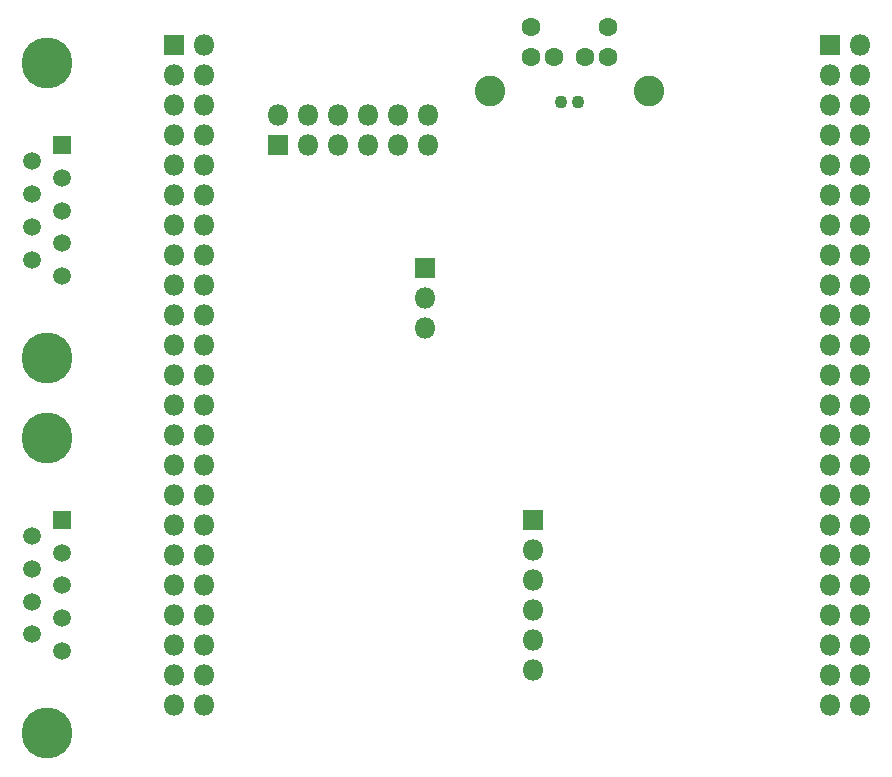
<source format=gbr>
%TF.GenerationSoftware,KiCad,Pcbnew,5.1.6-c6e7f7d~86~ubuntu18.04.1*%
%TF.CreationDate,2021-07-04T16:44:21-07:00*%
%TF.ProjectId,arrow_deca_retro_cape,6172726f-775f-4646-9563-615f72657472,rev?*%
%TF.SameCoordinates,Original*%
%TF.FileFunction,Soldermask,Bot*%
%TF.FilePolarity,Negative*%
%FSLAX46Y46*%
G04 Gerber Fmt 4.6, Leading zero omitted, Abs format (unit mm)*
G04 Created by KiCad (PCBNEW 5.1.6-c6e7f7d~86~ubuntu18.04.1) date 2021-07-04 16:44:21*
%MOMM*%
%LPD*%
G01*
G04 APERTURE LIST*
%ADD10O,1.800000X1.800000*%
%ADD11R,1.800000X1.800000*%
%ADD12C,4.316000*%
%ADD13C,1.508000*%
%ADD14R,1.508000X1.508000*%
%ADD15C,1.090600*%
%ADD16C,2.589200*%
%ADD17C,1.598600*%
G04 APERTURE END LIST*
D10*
%TO.C,J8*%
X96393000Y-78359000D03*
X96393000Y-75819000D03*
X96393000Y-73279000D03*
X96393000Y-70739000D03*
X96393000Y-68199000D03*
D11*
X96393000Y-65659000D03*
%TD*%
D10*
%TO.C,J7*%
X87249000Y-49403000D03*
X87249000Y-46863000D03*
D11*
X87249000Y-44323000D03*
%TD*%
D12*
%TO.C,J4*%
X55245000Y-51914000D03*
X55245000Y-26924000D03*
D13*
X53975000Y-43574000D03*
X53975000Y-40804000D03*
X53975000Y-38034000D03*
X53975000Y-35264000D03*
X56515000Y-44959000D03*
X56515000Y-42189000D03*
X56515000Y-39419000D03*
X56515000Y-36649000D03*
D14*
X56515000Y-33879000D03*
%TD*%
D12*
%TO.C,J6*%
X55245000Y-83651000D03*
X55245000Y-58661000D03*
D13*
X53975000Y-75311000D03*
X53975000Y-72541000D03*
X53975000Y-69771000D03*
X53975000Y-67001000D03*
X56515000Y-76696000D03*
X56515000Y-73926000D03*
X56515000Y-71156000D03*
X56515000Y-68386000D03*
D14*
X56515000Y-65616000D03*
%TD*%
D15*
%TO.C,J5*%
X98750700Y-30200001D03*
X100249300Y-30200001D03*
D16*
X106200000Y-29300000D03*
X92800000Y-29300000D03*
D17*
X96250002Y-23900001D03*
X102750001Y-23900001D03*
X102750070Y-26400001D03*
X96250070Y-26400001D03*
X98200000Y-26400001D03*
X100800000Y-26400001D03*
%TD*%
D10*
%TO.C,J2*%
X124140000Y-81280000D03*
X121600000Y-81280000D03*
X124140000Y-78740000D03*
X121600000Y-78740000D03*
X124140000Y-76200000D03*
X121600000Y-76200000D03*
X124140000Y-73660000D03*
X121600000Y-73660000D03*
X124140000Y-71120000D03*
X121600000Y-71120000D03*
X124140000Y-68580000D03*
X121600000Y-68580000D03*
X124140000Y-66040000D03*
X121600000Y-66040000D03*
X124140000Y-63500000D03*
X121600000Y-63500000D03*
X124140000Y-60960000D03*
X121600000Y-60960000D03*
X124140000Y-58420000D03*
X121600000Y-58420000D03*
X124140000Y-55880000D03*
X121600000Y-55880000D03*
X124140000Y-53340000D03*
X121600000Y-53340000D03*
X124140000Y-50800000D03*
X121600000Y-50800000D03*
X124140000Y-48260000D03*
X121600000Y-48260000D03*
X124140000Y-45720000D03*
X121600000Y-45720000D03*
X124140000Y-43180000D03*
X121600000Y-43180000D03*
X124140000Y-40640000D03*
X121600000Y-40640000D03*
X124140000Y-38100000D03*
X121600000Y-38100000D03*
X124140000Y-35560000D03*
X121600000Y-35560000D03*
X124140000Y-33020000D03*
X121600000Y-33020000D03*
X124140000Y-30480000D03*
X121600000Y-30480000D03*
X124140000Y-27940000D03*
X121600000Y-27940000D03*
X124140000Y-25400000D03*
D11*
X121600000Y-25400000D03*
%TD*%
D10*
%TO.C,J3*%
X68580000Y-81280000D03*
X66040000Y-81280000D03*
X68580000Y-78740000D03*
X66040000Y-78740000D03*
X68580000Y-76200000D03*
X66040000Y-76200000D03*
X68580000Y-73660000D03*
X66040000Y-73660000D03*
X68580000Y-71120000D03*
X66040000Y-71120000D03*
X68580000Y-68580000D03*
X66040000Y-68580000D03*
X68580000Y-66040000D03*
X66040000Y-66040000D03*
X68580000Y-63500000D03*
X66040000Y-63500000D03*
X68580000Y-60960000D03*
X66040000Y-60960000D03*
X68580000Y-58420000D03*
X66040000Y-58420000D03*
X68580000Y-55880000D03*
X66040000Y-55880000D03*
X68580000Y-53340000D03*
X66040000Y-53340000D03*
X68580000Y-50800000D03*
X66040000Y-50800000D03*
X68580000Y-48260000D03*
X66040000Y-48260000D03*
X68580000Y-45720000D03*
X66040000Y-45720000D03*
X68580000Y-43180000D03*
X66040000Y-43180000D03*
X68580000Y-40640000D03*
X66040000Y-40640000D03*
X68580000Y-38100000D03*
X66040000Y-38100000D03*
X68580000Y-35560000D03*
X66040000Y-35560000D03*
X68580000Y-33020000D03*
X66040000Y-33020000D03*
X68580000Y-30480000D03*
X66040000Y-30480000D03*
X68580000Y-27940000D03*
X66040000Y-27940000D03*
X68580000Y-25400000D03*
D11*
X66040000Y-25400000D03*
%TD*%
D10*
%TO.C,J1*%
X77343000Y-33909000D03*
X79883000Y-33909000D03*
D11*
X74803000Y-33909000D03*
D10*
X87503000Y-31369000D03*
X84963000Y-31369000D03*
X74803000Y-31369000D03*
X87503000Y-33909000D03*
X79883000Y-31369000D03*
X82423000Y-31369000D03*
X84963000Y-33909000D03*
X82423000Y-33909000D03*
X77343000Y-31369000D03*
%TD*%
M02*

</source>
